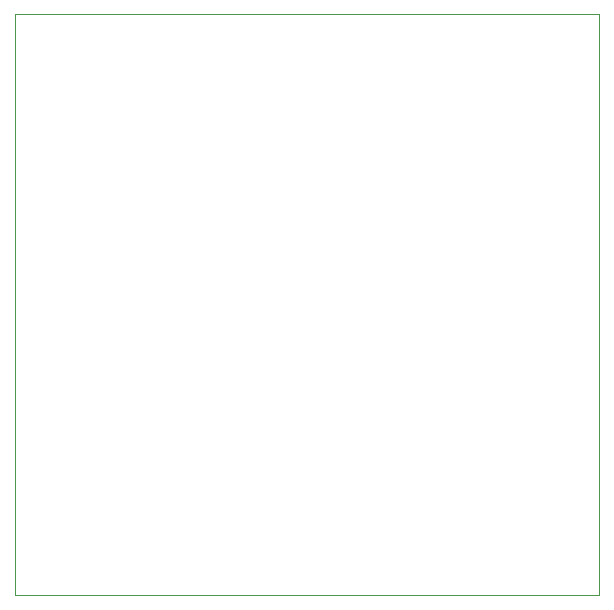
<source format=gm1>
G75*
G70*
%OFA0B0*%
%FSLAX24Y24*%
%IPPOS*%
%LPD*%
%AMOC8*
5,1,8,0,0,1.08239X$1,22.5*
%
%ADD10C,0.0000*%
D10*
X000680Y001180D02*
X000680Y020550D01*
X020172Y020550D01*
X020172Y001180D01*
X000680Y001180D01*
M02*

</source>
